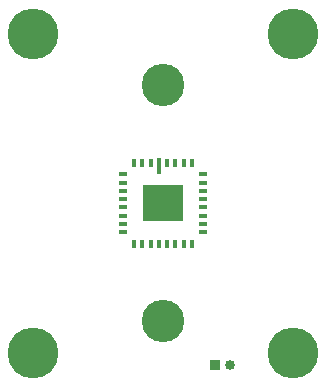
<source format=gts>
%TF.GenerationSoftware,KiCad,Pcbnew,8.0.0-rc1*%
%TF.CreationDate,2025-03-12T12:31:09+03:00*%
%TF.ProjectId,IMX219_V2.0,494d5832-3139-45f5-9632-2e302e6b6963,rev?*%
%TF.SameCoordinates,Original*%
%TF.FileFunction,Soldermask,Top*%
%TF.FilePolarity,Negative*%
%FSLAX46Y46*%
G04 Gerber Fmt 4.6, Leading zero omitted, Abs format (unit mm)*
G04 Created by KiCad (PCBNEW 8.0.0-rc1) date 2025-03-12 12:31:09*
%MOMM*%
%LPD*%
G01*
G04 APERTURE LIST*
%ADD10C,4.300000*%
%ADD11C,3.600000*%
%ADD12R,0.350000X1.350000*%
%ADD13R,0.350000X0.800000*%
%ADD14R,0.800000X0.350000*%
%ADD15C,0.700000*%
%ADD16R,3.500000X3.050000*%
%ADD17R,0.850000X0.850000*%
%ADD18O,0.850000X0.850000*%
G04 APERTURE END LIST*
D10*
X168090000Y-97490000D03*
D11*
X179090000Y-94790000D03*
X179090000Y-74790000D03*
D10*
X168090000Y-70490000D03*
D12*
X178735000Y-81645000D03*
D13*
X178035000Y-81365000D03*
X177335000Y-81365000D03*
X176635000Y-81365000D03*
D14*
X175660000Y-82340000D03*
X175660000Y-83040000D03*
X175660000Y-83740000D03*
X175660000Y-84440000D03*
X175660000Y-85140000D03*
X175660000Y-85840000D03*
X175660000Y-86540000D03*
X175660000Y-87240000D03*
D13*
X176635000Y-88215000D03*
X177335000Y-88215000D03*
X178035000Y-88215000D03*
X178735000Y-88215000D03*
X179435000Y-88215000D03*
X180135000Y-88215000D03*
X180835000Y-88215000D03*
X181535000Y-88215000D03*
D14*
X182510000Y-87240000D03*
X182510000Y-86540000D03*
X182510000Y-85840000D03*
X182510000Y-85140000D03*
X182510000Y-84440000D03*
X182510000Y-83740000D03*
X182510000Y-83040000D03*
X182510000Y-82340000D03*
D13*
X181535000Y-81365000D03*
X180835000Y-81365000D03*
X180135000Y-81365000D03*
X179435000Y-81365000D03*
D15*
X177710000Y-83630000D03*
X177710000Y-84390000D03*
X177710000Y-85190000D03*
X177710000Y-85950000D03*
X178600000Y-83630000D03*
X178600000Y-84390000D03*
X178600000Y-85190000D03*
X178600000Y-85950000D03*
D16*
X179090000Y-84790000D03*
D15*
X179580000Y-83630000D03*
X179580000Y-84390000D03*
X179580000Y-85190000D03*
X179580000Y-85950000D03*
X180470000Y-83630000D03*
X180470000Y-84390000D03*
X180470000Y-85190000D03*
X180470000Y-85950000D03*
D10*
X190090000Y-97490000D03*
X190090000Y-70490000D03*
D17*
X183515000Y-98515000D03*
D18*
X184765000Y-98515000D03*
M02*

</source>
